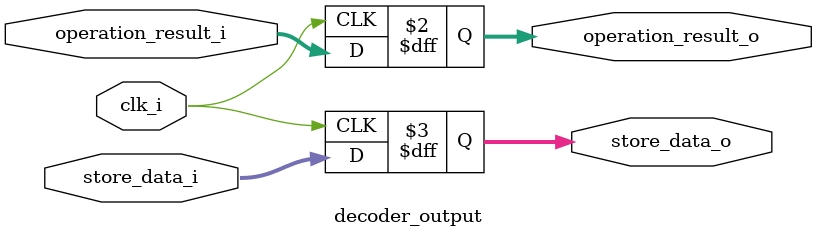
<source format=v>
`default_nettype none

//***Headers***
//***Module***
module decoder_output #(
        parameter integer WORD_SIZE = 32
    )
    (
        input  clk_i ,
        input  [1 : 0] operation_result_i ,
        input  [WORD_SIZE - 1 : 0] store_data_i ,
        output reg [1 : 0] operation_result_o ,
        output reg [WORD_SIZE - 1 : 0] store_data_o 
    );

//***Internal logic generated by compiler***  
    

//***Dumped Internal logic***
    always @(posedge clk_i) begin
        operation_result_o <= operation_result_i;
        store_data_o <= store_data_i;
    end

    
//***Handcrafted Internal logic*** 
//TODO
endmodule

</source>
